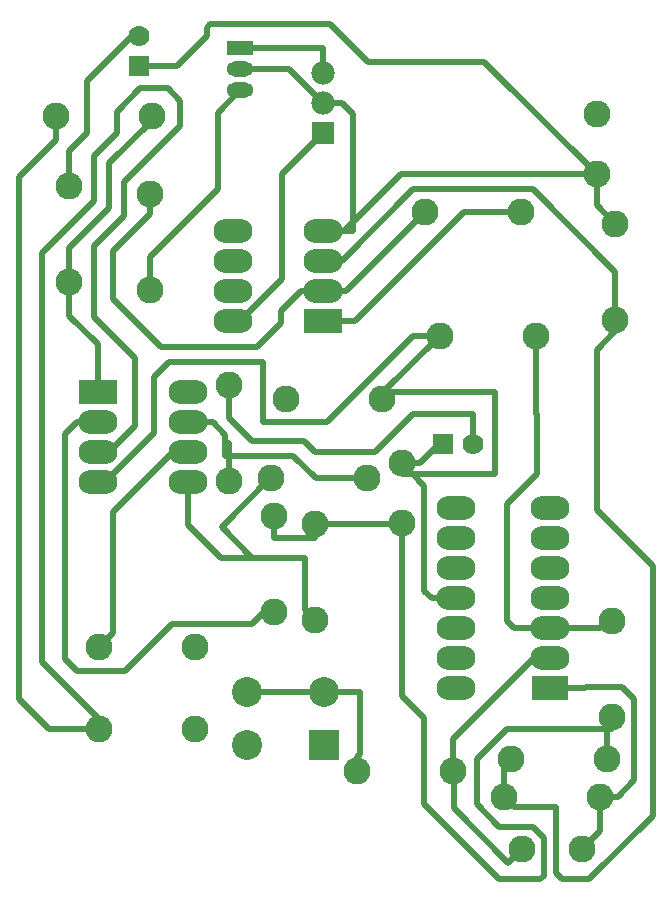
<source format=gbr>
G04 DipTrace 4.3.0.5*
G04 DemirBottom.gbr*
%MOIN*%
G04 #@! TF.FileFunction,Copper,L2,Bot*
G04 #@! TF.Part,Single*
G04 #@! TA.AperFunction,Conductor*
%ADD13C,0.02*%
G04 #@! TA.AperFunction,ComponentPad*
%ADD15C,0.09*%
%ADD16R,0.07X0.07*%
%ADD17C,0.07*%
%ADD18R,0.09X0.050699*%
%ADD19O,0.09X0.050394*%
%ADD20R,0.1X0.1*%
%ADD21C,0.1*%
%ADD22R,0.13X0.08*%
%ADD23O,0.13X0.08*%
%ADD24R,0.12X0.08*%
%ADD25R,0.077953X0.077953*%
%ADD26C,0.077953*%
%FSLAX26Y26*%
G04*
G70*
G90*
G75*
G01*
G04 Bottom*
%LPD*%
X-1237500Y775000D2*
G54D13*
X-1287500D1*
X-1487388Y575112D1*
Y172612D1*
X-1535000Y125000D1*
X-1237500Y875000D2*
X-1154927D1*
X-1112500Y832573D1*
Y804239D1*
X-1100000D1*
Y677500D1*
X-640000Y687500D2*
X-810650D1*
X-885650Y762500D1*
X-1112500D1*
Y804239D1*
X-287500Y800000D2*
Y900000D1*
X-487500D1*
X-612500Y775000D1*
X-812500D1*
X-850000Y812500D1*
X-1025000D1*
X-1100000Y887500D1*
Y997500D1*
X-1537500Y875000D2*
X-1607388D1*
X-1647388Y835000D1*
Y84239D1*
X-1607388Y44239D1*
X-1447388D1*
X-1291627Y200000D1*
X-1022500D1*
X-982500Y240000D1*
X-950000D1*
X-352500Y-287500D2*
X-350000D1*
Y-412500D1*
X-168750Y-593750D1*
X-125000Y-550000D1*
X-31201Y87500D2*
X-84127D1*
X-352500Y-180873D1*
Y-287500D1*
X-1632972Y1340000D2*
Y1454528D1*
X-1500000Y1587500D1*
Y1737500D1*
X-1358031Y1879469D1*
Y1893304D1*
X-1537500Y975000D2*
Y1134350D1*
X-1632972Y1229823D1*
Y1340000D1*
X175000Y210000D2*
X158373D1*
X135873Y187500D1*
X-31201D1*
X-77500Y1162500D2*
Y902500D1*
X-75000Y900000D1*
Y700000D1*
X-175000Y600000D1*
Y212500D1*
X-150000Y187500D1*
X-31201D1*
X-1400000Y2162500D2*
X-1425000D1*
X-1575000Y2012500D1*
Y1837500D1*
X-1632972Y1779528D1*
Y1660000D1*
X-1362500Y1315000D2*
Y1425000D1*
X-1137500Y1650000D1*
Y1905000D1*
X-1062500Y1980000D1*
X-1678031Y1893304D2*
Y1813596D1*
X-1800000Y1691627D1*
Y-50000D1*
X-1700000Y-150000D1*
X-1535000D1*
Y-115000D1*
X-1725000Y75000D1*
Y1437500D1*
X-1550000Y1612500D1*
Y1762500D1*
X-1475000Y1837500D1*
Y1908749D1*
X-1396249Y1987500D1*
X-1304927D1*
X-1262500Y1945073D1*
Y1862500D1*
X-1450000Y1675000D1*
Y1562500D1*
X-1550000Y1462500D1*
Y1225000D1*
X-1412500Y1087500D1*
Y862500D1*
X-1500000Y775000D1*
X-1537500D1*
X-1362500Y1635000D2*
Y1569127D1*
X-1487388Y1444239D1*
Y1284239D1*
X-1327388Y1124239D1*
X-1007388D1*
X-927388Y1204239D1*
Y1244239D1*
X-859127Y1312500D1*
X-787500D1*
X-447500Y1575000D2*
X-710000Y1312500D1*
X-787500D1*
X-784502Y-23898D2*
Y-23903D1*
X-1040502D1*
X-784502Y-23898D2*
X-662500D1*
Y-232573D1*
X-672500Y-242573D1*
Y-287500D1*
X135000Y-375000D2*
Y-490000D1*
X75000Y-550000D1*
X-31201Y-12500D2*
X87500D1*
X90000Y-10000D1*
X210000D1*
X250000Y-50000D1*
Y-320073D1*
X195073Y-375000D1*
X135000D1*
X-185000D2*
Y-250000D1*
X-160000D1*
X187511Y1215000D2*
Y1374989D1*
X-87500Y1650000D1*
X-487500D1*
X-725000Y1412500D1*
X-787500D1*
X187511Y1215000D2*
Y1177510D1*
X125000Y1114999D1*
Y580932D1*
X312500Y393432D1*
Y-437500D1*
X100000Y-650000D1*
X10000D1*
X-10000Y-630000D1*
Y-410000D1*
X-150000D1*
X-185000Y-375000D1*
X-960000Y687500D2*
X-962500D1*
X-1125000Y525000D1*
X-1021739Y421739D1*
X-847388D1*
Y249888D1*
X-812500Y215000D1*
X-1237500Y675000D2*
Y532500D1*
X-1126739Y421739D1*
X-1021739D1*
X-1087500Y1212500D2*
X-1062500D1*
X-925000Y1350000D1*
Y1700000D1*
X-787499Y1837500D1*
X-525000Y737500D2*
X-462500D1*
X-400000Y800000D1*
X-387500D1*
X-525000Y737500D2*
Y700000D1*
X-212500D1*
Y975000D1*
X-590000D1*
Y950000D1*
X-397500Y1162500D2*
X-487500D1*
X-775000Y875000D1*
X-987500D1*
Y1075000D1*
X-1300000D1*
X-1350000Y1025000D1*
Y837500D1*
X-1512500Y675000D1*
X-1537500D1*
X-590000Y950000D2*
Y970000D1*
X-397500Y1162500D1*
X-343799Y287500D2*
X-425000D1*
X-450000Y312500D1*
Y662500D1*
X-525000Y737500D1*
X125003Y1700000D2*
X-528150D1*
X-715650Y1512500D1*
X-787500D1*
X-1062500Y2050000D2*
X-900001D1*
X-787501Y1937500D1*
X-725000D1*
X-687500Y1900000D1*
Y1512500D1*
X-787500D1*
X125003Y1700000D2*
Y1597486D1*
X187489Y1535000D1*
X-1400000Y2062500D2*
X-1275000D1*
X-1175000Y2162500D1*
Y2187500D1*
X-1162500Y2200000D1*
X-762500D1*
X-637500Y2075000D1*
X-249997D1*
X125003Y1700000D1*
X-787500Y1212500D2*
X-679127D1*
X-316627Y1575000D1*
X-127500D1*
X-812500Y535000D2*
X-527500D1*
X-525000Y537500D1*
X160000Y-250000D2*
Y-125000D1*
X175000Y-110000D1*
X-950000Y560000D2*
Y487500D1*
X-812500D1*
Y535000D1*
X175000Y-110000D2*
Y-150000D1*
X-175000D1*
X-275000Y-250000D1*
Y-400000D1*
X-200000Y-475000D1*
X-87500D1*
X-50000Y-512500D1*
Y-637500D1*
X-62500Y-650000D1*
X-200000D1*
X-450000Y-400000D1*
Y-112500D1*
X-525000Y-37500D1*
Y537500D1*
X-1062500Y2120000D2*
X-787503D1*
Y2037500D1*
G54D15*
X-125000Y-550000D3*
X75000D3*
X125003Y1700000D3*
X124997Y1900000D3*
X-525000Y737500D3*
Y537500D3*
G54D16*
X-1400000Y2062500D3*
G54D17*
Y2162500D3*
G54D16*
X-387500Y800000D3*
G54D17*
X-287500D3*
G54D18*
X-1062500Y2120000D3*
G54D19*
Y2050000D3*
Y1980000D3*
G54D15*
X-950000Y560000D3*
Y240000D3*
X-1215000Y-150000D3*
X-1535000D3*
X-1215000Y125000D3*
X-1535000D3*
X-812500Y535000D3*
Y215000D3*
X-1678031Y1893304D3*
X-1358031D3*
X-1632972Y1340000D3*
Y1660000D3*
X-1100000Y677500D3*
Y997500D3*
X-1362500Y1315000D3*
Y1635000D3*
X-447500Y1575000D3*
X-127500D3*
X-672500Y-287500D3*
X-352500D3*
X-185000Y-375000D3*
X135000D3*
X187489Y1535000D3*
X187511Y1215000D3*
X-160000Y-250000D3*
X160000D3*
X-397500Y1162500D3*
X-77500D3*
X175000Y-110000D3*
Y210000D3*
X-960000Y687500D3*
X-640000D3*
X-590000Y950000D3*
X-910000D3*
G54D20*
X-784498Y-201097D3*
G54D21*
X-784502Y-23898D3*
X-1040502Y-23903D3*
X-1040498Y-201103D3*
G54D22*
X-1537500Y975000D3*
G54D23*
Y875000D3*
Y775000D3*
Y675000D3*
X-1237500D3*
Y775000D3*
Y875000D3*
Y975000D3*
G54D22*
X-787500Y1212500D3*
G54D23*
Y1312500D3*
Y1412500D3*
Y1512500D3*
X-1087500D3*
Y1412500D3*
Y1312500D3*
Y1212500D3*
G54D24*
X-31201Y-12500D3*
G54D23*
Y87500D3*
Y187500D3*
Y287500D3*
Y387500D3*
Y487500D3*
Y587500D3*
X-343799D3*
Y487500D3*
Y387500D3*
Y287500D3*
Y187500D3*
Y87500D3*
Y-12500D3*
G54D25*
X-787499Y1837500D3*
G54D26*
X-787501Y1937500D3*
X-787503Y2037500D3*
M02*

</source>
